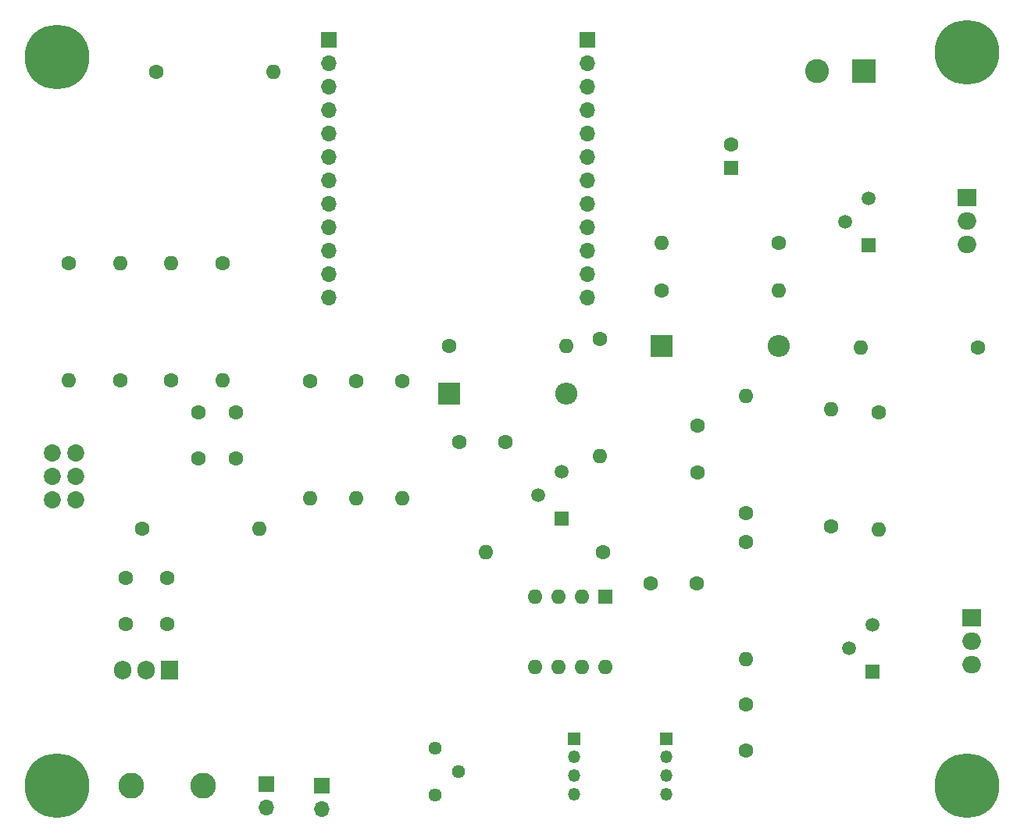
<source format=gbs>
%TF.GenerationSoftware,KiCad,Pcbnew,8.0.4*%
%TF.CreationDate,2024-11-25T19:05:08-08:00*%
%TF.ProjectId,Senior Design,53656e69-6f72-4204-9465-7369676e2e6b,rev?*%
%TF.SameCoordinates,Original*%
%TF.FileFunction,Soldermask,Bot*%
%TF.FilePolarity,Negative*%
%FSLAX46Y46*%
G04 Gerber Fmt 4.6, Leading zero omitted, Abs format (unit mm)*
G04 Created by KiCad (PCBNEW 8.0.4) date 2024-11-25 19:05:08*
%MOMM*%
%LPD*%
G01*
G04 APERTURE LIST*
%ADD10C,1.600000*%
%ADD11R,1.350000X1.350000*%
%ADD12O,1.350000X1.350000*%
%ADD13R,1.600000X1.600000*%
%ADD14O,1.600000X1.600000*%
%ADD15C,1.854000*%
%ADD16R,1.500000X1.500000*%
%ADD17C,1.500000*%
%ADD18C,2.800000*%
%ADD19R,2.600000X2.600000*%
%ADD20C,2.600000*%
%ADD21C,3.900000*%
%ADD22C,7.000000*%
%ADD23R,2.400000X2.400000*%
%ADD24O,2.400000X2.400000*%
%ADD25R,1.700000X1.700000*%
%ADD26O,1.700000X1.700000*%
%ADD27R,2.000000X1.905000*%
%ADD28O,2.000000X1.905000*%
%ADD29R,1.905000X2.000000*%
%ADD30O,1.905000X2.000000*%
%ADD31C,1.440000*%
G04 APERTURE END LIST*
D10*
%TO.C,C3*%
X119900000Y-111600000D03*
X124900000Y-111600000D03*
%TD*%
D11*
%TO.C,J6*%
X121600000Y-128400000D03*
D12*
X121600000Y-130400000D03*
X121600000Y-132400000D03*
X121600000Y-134400000D03*
%TD*%
D13*
%TO.C,C6*%
X128600000Y-66500000D03*
D10*
X128600000Y-64000000D03*
%TD*%
%TO.C,R10*%
X130200000Y-103950000D03*
D14*
X130200000Y-91250000D03*
%TD*%
D10*
%TO.C,R9*%
X88000000Y-89650000D03*
D14*
X88000000Y-102350000D03*
%TD*%
D15*
%TO.C,J4*%
X57540000Y-102500000D03*
X55000000Y-102500000D03*
X57540000Y-99960000D03*
X55000000Y-99960000D03*
X57540000Y-97420000D03*
X55000000Y-97420000D03*
%TD*%
D10*
%TO.C,C9*%
X70866000Y-93004000D03*
X70866000Y-98004000D03*
%TD*%
%TO.C,R14*%
X139400000Y-105350000D03*
D14*
X139400000Y-92650000D03*
%TD*%
D10*
%TO.C,R18*%
X133750000Y-74650000D03*
D14*
X121050000Y-74650000D03*
%TD*%
D10*
%TO.C,R4*%
X62366666Y-89550000D03*
D14*
X62366666Y-76850000D03*
%TD*%
D10*
%TO.C,R6*%
X66294000Y-56134000D03*
D14*
X78994000Y-56134000D03*
%TD*%
D10*
%TO.C,R3*%
X67933332Y-89550000D03*
D14*
X67933332Y-76850000D03*
%TD*%
D16*
%TO.C,Q4*%
X143530000Y-74915000D03*
D17*
X140990000Y-72375000D03*
X143530000Y-69835000D03*
%TD*%
D18*
%TO.C,J1*%
X71400000Y-133500000D03*
%TD*%
D10*
%TO.C,R8*%
X121050000Y-79800000D03*
D14*
X133750000Y-79800000D03*
%TD*%
D19*
%TO.C,J10*%
X143000000Y-56000000D03*
D20*
X137920000Y-56000000D03*
%TD*%
D10*
%TO.C,R11*%
X130200000Y-107050000D03*
D14*
X130200000Y-119750000D03*
%TD*%
D16*
%TO.C,Q5*%
X143950000Y-121140000D03*
D17*
X141410000Y-118600000D03*
X143950000Y-116060000D03*
%TD*%
D10*
%TO.C,R2*%
X73500000Y-76850000D03*
D14*
X73500000Y-89550000D03*
%TD*%
D10*
%TO.C,R7*%
X83000000Y-89650000D03*
D14*
X83000000Y-102350000D03*
%TD*%
D10*
%TO.C,R1*%
X56800000Y-76850000D03*
D14*
X56800000Y-89550000D03*
%TD*%
D10*
%TO.C,R16*%
X144600000Y-93000000D03*
D14*
X144600000Y-105700000D03*
%TD*%
D21*
%TO.C,H1*%
X55500000Y-54500000D03*
D22*
X55500000Y-54500000D03*
%TD*%
D23*
%TO.C,D2*%
X98050000Y-91000000D03*
D24*
X110750000Y-91000000D03*
%TD*%
D25*
%TO.C,J9*%
X113000000Y-52600000D03*
D26*
X113000000Y-55140000D03*
X113000000Y-57680000D03*
X113000000Y-60220000D03*
X113000000Y-62760000D03*
X113000000Y-65300000D03*
X113000000Y-67840000D03*
X113000000Y-70380000D03*
X113000000Y-72920000D03*
X113000000Y-75460000D03*
X113000000Y-78000000D03*
X113000000Y-80540000D03*
%TD*%
D16*
%TO.C,Q3*%
X110270000Y-104540000D03*
D17*
X107730000Y-102000000D03*
X110270000Y-99460000D03*
%TD*%
D10*
%TO.C,R19*%
X114400000Y-85050000D03*
D14*
X114400000Y-97750000D03*
%TD*%
D10*
%TO.C,C10*%
X125000000Y-99500000D03*
X125000000Y-94500000D03*
%TD*%
%TO.C,R17*%
X155350000Y-86000000D03*
D14*
X142650000Y-86000000D03*
%TD*%
D10*
%TO.C,C4*%
X99100000Y-96200000D03*
X104100000Y-96200000D03*
%TD*%
D18*
%TO.C,J2*%
X63600000Y-133500000D03*
%TD*%
D25*
%TO.C,J7*%
X84200000Y-133525000D03*
D26*
X84200000Y-136065000D03*
%TD*%
D25*
%TO.C,J3*%
X78200000Y-133325000D03*
D26*
X78200000Y-135865000D03*
%TD*%
D10*
%TO.C,C5*%
X130200000Y-124700000D03*
X130200000Y-129700000D03*
%TD*%
%TO.C,C8*%
X74916000Y-93004000D03*
X74916000Y-98004000D03*
%TD*%
D27*
%TO.C,Q7*%
X154178000Y-69695000D03*
D28*
X154178000Y-72235000D03*
X154178000Y-74775000D03*
%TD*%
D23*
%TO.C,D1*%
X121050000Y-85800000D03*
D24*
X133750000Y-85800000D03*
%TD*%
D25*
%TO.C,J8*%
X85000000Y-52600000D03*
D26*
X85000000Y-55140000D03*
X85000000Y-57680000D03*
X85000000Y-60220000D03*
X85000000Y-62760000D03*
X85000000Y-65300000D03*
X85000000Y-67840000D03*
X85000000Y-70380000D03*
X85000000Y-72920000D03*
X85000000Y-75460000D03*
X85000000Y-78000000D03*
X85000000Y-80540000D03*
%TD*%
D29*
%TO.C,U1*%
X67740000Y-121000000D03*
D30*
X65200000Y-121000000D03*
X62660000Y-121000000D03*
%TD*%
D10*
%TO.C,R12*%
X114750000Y-108200000D03*
D14*
X102050000Y-108200000D03*
%TD*%
D10*
%TO.C,C1*%
X63000000Y-116000000D03*
X63000000Y-111000000D03*
%TD*%
D21*
%TO.C,H2*%
X154200000Y-133500000D03*
D22*
X154200000Y-133500000D03*
%TD*%
D10*
%TO.C,C2*%
X67500000Y-111000000D03*
X67500000Y-116000000D03*
%TD*%
D31*
%TO.C,RV1*%
X96515000Y-134540000D03*
X99055000Y-132000000D03*
X96515000Y-129460000D03*
%TD*%
D27*
%TO.C,Q6*%
X154686000Y-115270000D03*
D28*
X154686000Y-117810000D03*
X154686000Y-120350000D03*
%TD*%
D21*
%TO.C,H3*%
X154200000Y-54000000D03*
D22*
X154200000Y-54000000D03*
%TD*%
D13*
%TO.C,U3*%
X115000000Y-113000000D03*
D14*
X112460000Y-113000000D03*
X109920000Y-113000000D03*
X107380000Y-113000000D03*
X107380000Y-120620000D03*
X109920000Y-120620000D03*
X112460000Y-120620000D03*
X115000000Y-120620000D03*
%TD*%
D21*
%TO.C,H4*%
X55500000Y-133500000D03*
D22*
X55500000Y-133500000D03*
%TD*%
D10*
%TO.C,R13*%
X93000000Y-89650000D03*
D14*
X93000000Y-102350000D03*
%TD*%
D10*
%TO.C,R15*%
X98050000Y-85800000D03*
D14*
X110750000Y-85800000D03*
%TD*%
D10*
%TO.C,R5*%
X64770000Y-105664000D03*
D14*
X77470000Y-105664000D03*
%TD*%
D11*
%TO.C,J5*%
X111600000Y-128400000D03*
D12*
X111600000Y-130400000D03*
X111600000Y-132400000D03*
X111600000Y-134400000D03*
%TD*%
M02*

</source>
